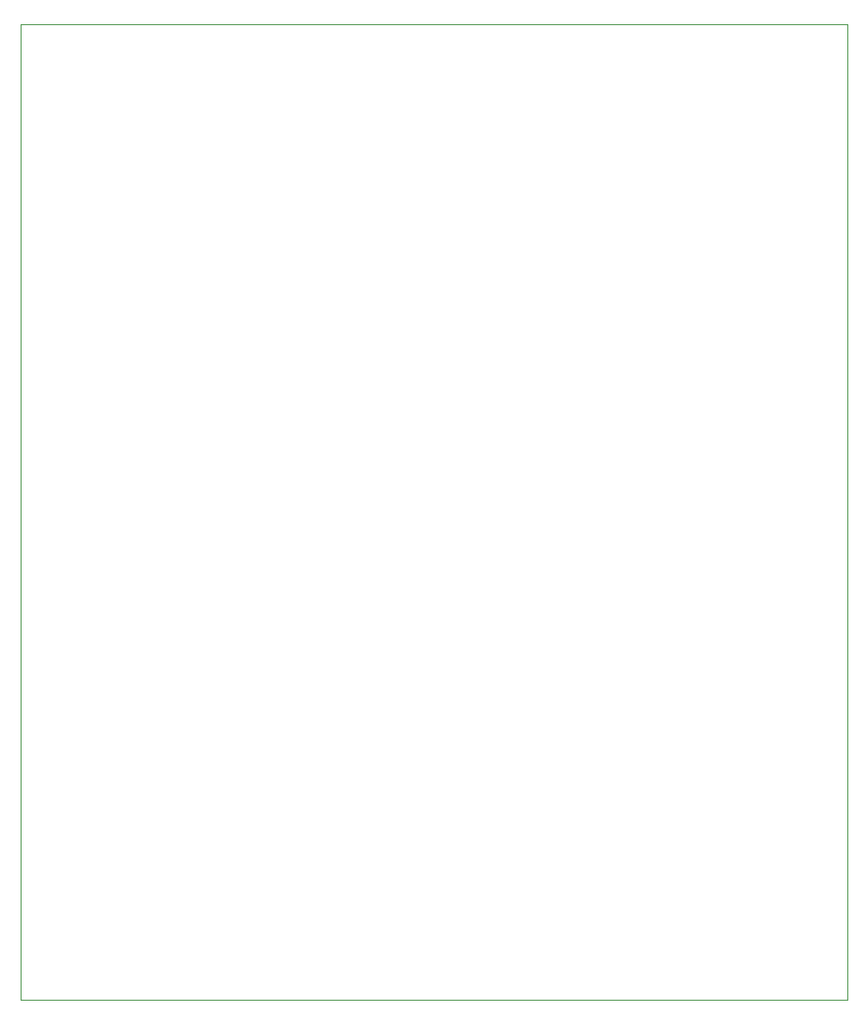
<source format=gbr>
%TF.GenerationSoftware,KiCad,Pcbnew,8.0.8*%
%TF.CreationDate,2025-04-28T15:07:47+02:00*%
%TF.ProjectId,PCB_V1,5043425f-5631-42e6-9b69-6361645f7063,rev?*%
%TF.SameCoordinates,Original*%
%TF.FileFunction,Profile,NP*%
%FSLAX46Y46*%
G04 Gerber Fmt 4.6, Leading zero omitted, Abs format (unit mm)*
G04 Created by KiCad (PCBNEW 8.0.8) date 2025-04-28 15:07:47*
%MOMM*%
%LPD*%
G01*
G04 APERTURE LIST*
%TA.AperFunction,Profile*%
%ADD10C,0.050000*%
%TD*%
G04 APERTURE END LIST*
D10*
X45000000Y-136000000D02*
X123000000Y-136000000D01*
X123000000Y-136000000D02*
X123000000Y-44000000D01*
X45000000Y-136000000D02*
X45000000Y-44000000D01*
X45000000Y-44000000D02*
X123000000Y-44000000D01*
M02*

</source>
